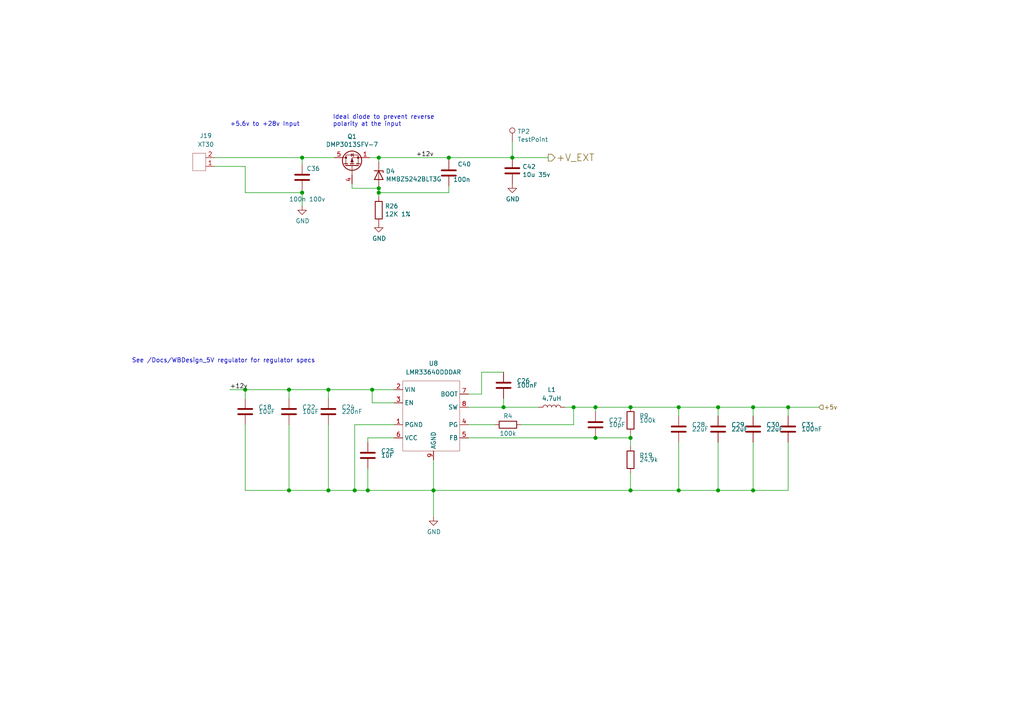
<source format=kicad_sch>
(kicad_sch (version 20201015) (generator eeschema)
  (page 1 7)
  (paper "A4")
  (title_block (title "Compute Module 4 IO Board - PSUs") (company "(c) Raspberry Pi Trading 2020") (comment 1 "www.raspberrypi.org"))
  (lib_symbols
    (symbol "CM4IO:XT30"
      (property "Reference" "J" (at 0 0 0))
      (property "Value" "XT30" (at 0 0 0))
      (symbol "XT30_0_1"
        (rectangle (start -2.54 -6.35) (end -6.35 -1.27) (stroke (width 0.001)))
      )
      (symbol "XT30_1_1"
        (pin input line (at 0 -2.54 180) (length 2.54) (name "") (number "2"))
        (pin input line (at 0 -5.08 180) (length 2.54) (name "") (number "1"))
      )
    )
    (symbol "Connector:TestPoint" (pin_numbers hide) (pin_names (offset 0.762) hide)
      (property "Reference" "TP" (at 0 6.858 0))
      (property "Value" "TestPoint" (at 0 5.08 0))
      (symbol "TestPoint_0_1"
        (circle (center 0 3.302) (radius 0.762))
      )
      (symbol "TestPoint_1_1"
        (pin passive line (at 0 0 90) (length 2.54) (name "1") (number "1"))
      )
    )
    (symbol "Device:C" (pin_numbers hide) (pin_names (offset 0.254))
      (property "Reference" "C" (at 0.635 2.54 0))
      (property "Value" "C" (at 0.635 -2.54 0))
      (symbol "C_0_1"
        (polyline (pts (xy -2.032 -0.762) (xy 2.032 -0.762)) (stroke (width 0.508)))
        (polyline (pts (xy -2.032 0.762) (xy 2.032 0.762)) (stroke (width 0.508)))
      )
      (symbol "C_1_1"
        (pin passive line (at 0 3.81 270) (length 2.794) (name "~") (number "1"))
        (pin passive line (at 0 -3.81 90) (length 2.794) (name "~") (number "2"))
      )
    )
    (symbol "Device:L" (pin_numbers hide) (pin_names (offset 1.016) hide)
      (property "Reference" "L" (at -1.27 0 90))
      (property "Value" "L" (at 1.905 0 90))
      (symbol "L_0_1"
        (arc (start 0 -2.54) (end 0 -1.27) (radius (at 0 -1.905) (length 0.635) (angles -89.9 89.9)))
        (arc (start 0 -1.27) (end 0 0) (radius (at 0 -0.635) (length 0.635) (angles -89.9 89.9)))
        (arc (start 0 0) (end 0 1.27) (radius (at 0 0.635) (length 0.635) (angles -89.9 89.9)))
        (arc (start 0 1.27) (end 0 2.54) (radius (at 0 1.905) (length 0.635) (angles -89.9 89.9)))
      )
      (symbol "L_1_1"
        (pin passive line (at 0 3.81 270) (length 1.27) (name "1") (number "1"))
        (pin passive line (at 0 -3.81 90) (length 1.27) (name "2") (number "2"))
      )
    )
    (symbol "Device:R" (pin_numbers hide) (pin_names (offset 0))
      (property "Reference" "R" (at 2.032 0 90))
      (property "Value" "R" (at 0 0 90))
      (symbol "R_0_1"
        (rectangle (start -1.016 -2.54) (end 1.016 2.54) (stroke (width 0.254)))
      )
      (symbol "R_1_1"
        (pin passive line (at 0 3.81 270) (length 1.27) (name "~") (number "1"))
        (pin passive line (at 0 -3.81 90) (length 1.27) (name "~") (number "2"))
      )
    )
    (symbol "Diode:BZX84Cxx" (pin_numbers hide) (pin_names hide)
      (property "Reference" "D" (at 0 2.54 0))
      (property "Value" "BZX84Cxx" (at 0 -2.54 0))
      (symbol "BZX84Cxx_0_1"
        (polyline (pts (xy 1.27 0) (xy -1.27 0)))
        (polyline (pts (xy -1.27 -1.27) (xy -1.27 1.27) (xy -0.762 1.27)) (stroke (width 0.254)))
        (polyline (pts (xy 1.27 -1.27) (xy 1.27 1.27) (xy -1.27 0) (xy 1.27 -1.27)) (stroke (width 0.254)))
      )
      (symbol "BZX84Cxx_1_1"
        (pin passive line (at -3.81 0 0) (length 2.54) (name "K") (number "1"))
        (pin passive line (at 3.81 0 180) (length 2.54) (name "A") (number "2"))
      )
    )
    (symbol "Open-HD:LMR33640DDDAR"
      (property "Reference" "U" (at 0 0 0))
      (property "Value" "LMR33640DDDAR" (at 0 0 0))
      (symbol "LMR33640DDDAR_0_1"
        (rectangle (start 0 -3.81) (end 16.51 -24.13) (stroke (width 0.0006)))
      )
      (symbol "LMR33640DDDAR_1_1"
        (pin input line (at -2.54 -16.51 0) (length 2.54) (name "PGND") (number "1"))
        (pin input line (at -2.54 -6.35 0) (length 2.54) (name "VIN") (number "2"))
        (pin input line (at -2.54 -10.16 0) (length 2.54) (name "EN") (number "3"))
        (pin input line (at 19.05 -16.51 180) (length 2.54) (name "PG") (number "4"))
        (pin input line (at 19.05 -20.32 180) (length 2.54) (name "FB") (number "5"))
        (pin input line (at -2.54 -20.32 0) (length 2.54) (name "VCC") (number "6"))
        (pin input line (at 19.05 -7.62 180) (length 2.54) (name "BOOT") (number "7"))
        (pin input line (at 19.05 -11.43 180) (length 2.54) (name "SW") (number "8"))
        (pin input line (at 8.89 -26.67 90) (length 2.54) (name "AGND") (number "9"))
      )
    )
    (symbol "Transistor_FET:DMP3013SFV" (pin_names hide)
      (property "Reference" "Q" (at 5.08 1.905 0))
      (property "Value" "DMP3013SFV" (at 5.08 0 0))
      (symbol "DMP3013SFV_0_1"
        (circle (center 1.651 0) (radius 2.794) (stroke (width 0.254)))
        (circle (center 2.54 -1.778) (radius 0.254) (fill (type outline)))
        (circle (center 2.54 1.778) (radius 0.254) (fill (type outline)))
        (polyline (pts (xy 0.254 0) (xy -2.54 0)))
        (polyline (pts (xy 0.254 1.905) (xy 0.254 -1.905)) (stroke (width 0.254)))
        (polyline (pts (xy 0.762 -1.27) (xy 0.762 -2.286)) (stroke (width 0.254)))
        (polyline (pts (xy 0.762 0.508) (xy 0.762 -0.508)) (stroke (width 0.254)))
        (polyline (pts (xy 0.762 2.286) (xy 0.762 1.27)) (stroke (width 0.254)))
        (polyline (pts (xy 2.54 2.54) (xy 2.54 1.778)))
        (polyline (pts (xy 2.54 -2.54) (xy 2.54 0) (xy 0.762 0)))
        (polyline (pts (xy 0.762 1.778) (xy 3.302 1.778) (xy 3.302 -1.778) (xy 0.762 -1.778)))
        (polyline (pts (xy 2.286 0) (xy 1.27 0.381) (xy 1.27 -0.381) (xy 2.286 0)) (fill (type outline)))
        (polyline (pts (xy 2.794 -0.508) (xy 2.921 -0.381) (xy 3.683 -0.381) (xy 3.81 -0.254)))
        (polyline (pts (xy 3.302 -0.381) (xy 2.921 0.254) (xy 3.683 0.254) (xy 3.302 -0.381)))
      )
      (symbol "DMP3013SFV_1_1"
        (pin passive line (at 2.54 -5.08 90) (length 2.54) (name "S") (number "1"))
        (pin passive line (at 2.54 -5.08 90) (length 2.54) hide (name "S") (number "2"))
        (pin passive line (at 2.54 -5.08 90) (length 2.54) hide (name "S") (number "3"))
        (pin passive line (at -5.08 0 0) (length 2.54) (name "G") (number "4"))
        (pin passive line (at 2.54 5.08 270) (length 2.54) (name "D") (number "5"))
      )
    )
    (symbol "power:GND" (power) (pin_names (offset 0))
      (property "Value" "GND" (at 0 -3.81 0))
      (symbol "GND_0_1"
        (polyline (pts (xy 0 0) (xy 0 -1.27) (xy 1.27 -1.27) (xy 0 -2.54) (xy -1.27 -1.27) (xy 0 -1.27)))
      )
      (symbol "GND_1_1"
        (pin power_in line (at 0 0 270) (length 0) hide (name "GND") (number "1"))
      )
    )
  )
  (junction (at 71.12 113.03) (diameter 1.016))
  (junction (at 83.82 113.03) (diameter 1.016))
  (junction (at 83.82 142.24) (diameter 1.016))
  (junction (at 87.63 45.72) (diameter 1.016))
  (junction (at 87.63 55.88) (diameter 1.016))
  (junction (at 95.25 113.03) (diameter 1.016))
  (junction (at 95.25 142.24) (diameter 1.016))
  (junction (at 102.87 142.24) (diameter 1.016))
  (junction (at 106.68 142.24) (diameter 1.016))
  (junction (at 107.95 113.03) (diameter 1.016))
  (junction (at 109.855 45.72) (diameter 1.016))
  (junction (at 109.855 54.61) (diameter 1.016))
  (junction (at 109.855 55.88) (diameter 1.016))
  (junction (at 125.73 142.24) (diameter 1.016))
  (junction (at 130.175 45.72) (diameter 1.016))
  (junction (at 146.05 118.11) (diameter 1.016))
  (junction (at 148.59 45.72) (diameter 1.016))
  (junction (at 166.37 118.11) (diameter 1.016))
  (junction (at 172.72 118.11) (diameter 1.016))
  (junction (at 172.72 127) (diameter 1.016))
  (junction (at 182.88 118.11) (diameter 1.016))
  (junction (at 182.88 127) (diameter 1.016))
  (junction (at 182.88 142.24) (diameter 1.016))
  (junction (at 196.85 118.11) (diameter 1.016))
  (junction (at 196.85 142.24) (diameter 1.016))
  (junction (at 208.28 118.11) (diameter 1.016))
  (junction (at 208.28 142.24) (diameter 1.016))
  (junction (at 218.44 118.11) (diameter 1.016))
  (junction (at 218.44 142.24) (diameter 1.016))
  (junction (at 228.6 118.11) (diameter 1.016))
  (wire (pts (xy 62.23 45.72) (xy 87.63 45.72)))
  (wire (pts (xy 62.23 48.26) (xy 71.12 48.26)))
  (wire (pts (xy 66.675 113.03) (xy 71.12 113.03)))
  (wire (pts (xy 71.12 48.26) (xy 71.12 55.88)))
  (wire (pts (xy 71.12 55.88) (xy 87.63 55.88)))
  (wire (pts (xy 71.12 113.03) (xy 71.12 115.57)))
  (wire (pts (xy 71.12 113.03) (xy 83.82 113.03)))
  (wire (pts (xy 71.12 123.19) (xy 71.12 142.24)))
  (wire (pts (xy 71.12 142.24) (xy 83.82 142.24)))
  (wire (pts (xy 83.82 113.03) (xy 83.82 115.57)))
  (wire (pts (xy 83.82 113.03) (xy 95.25 113.03)))
  (wire (pts (xy 83.82 123.19) (xy 83.82 142.24)))
  (wire (pts (xy 83.82 142.24) (xy 95.25 142.24)))
  (wire (pts (xy 87.63 45.72) (xy 87.63 47.625)))
  (wire (pts (xy 87.63 45.72) (xy 97.028 45.72)))
  (wire (pts (xy 87.63 55.245) (xy 87.63 55.88)))
  (wire (pts (xy 87.63 55.88) (xy 87.63 59.69)))
  (wire (pts (xy 95.25 113.03) (xy 95.25 115.57)))
  (wire (pts (xy 95.25 113.03) (xy 107.95 113.03)))
  (wire (pts (xy 95.25 123.19) (xy 95.25 142.24)))
  (wire (pts (xy 95.25 142.24) (xy 102.87 142.24)))
  (wire (pts (xy 102.108 53.34) (xy 102.108 54.61)))
  (wire (pts (xy 102.108 54.61) (xy 109.855 54.61)))
  (wire (pts (xy 102.87 123.19) (xy 102.87 142.24)))
  (wire (pts (xy 102.87 142.24) (xy 106.68 142.24)))
  (wire (pts (xy 106.68 127) (xy 114.3 127)))
  (wire (pts (xy 106.68 128.27) (xy 106.68 127)))
  (wire (pts (xy 106.68 135.89) (xy 106.68 142.24)))
  (wire (pts (xy 106.68 142.24) (xy 125.73 142.24)))
  (wire (pts (xy 107.188 45.72) (xy 109.855 45.72)))
  (wire (pts (xy 107.95 113.03) (xy 114.3 113.03)))
  (wire (pts (xy 107.95 116.84) (xy 107.95 113.03)))
  (wire (pts (xy 109.855 45.72) (xy 109.855 46.99)))
  (wire (pts (xy 109.855 45.72) (xy 130.175 45.72)))
  (wire (pts (xy 109.855 54.61) (xy 109.855 55.88)))
  (wire (pts (xy 109.855 55.88) (xy 109.855 57.15)))
  (wire (pts (xy 109.855 55.88) (xy 130.175 55.88)))
  (wire (pts (xy 114.3 116.84) (xy 107.95 116.84)))
  (wire (pts (xy 114.3 123.19) (xy 102.87 123.19)))
  (wire (pts (xy 125.73 133.35) (xy 125.73 142.24)))
  (wire (pts (xy 125.73 142.24) (xy 125.73 149.86)))
  (wire (pts (xy 130.175 45.72) (xy 130.175 46.355)))
  (wire (pts (xy 130.175 45.72) (xy 148.59 45.72)))
  (wire (pts (xy 130.175 55.88) (xy 130.175 53.975)))
  (wire (pts (xy 135.89 114.3) (xy 139.7 114.3)))
  (wire (pts (xy 135.89 123.19) (xy 143.51 123.19)))
  (wire (pts (xy 135.89 127) (xy 172.72 127)))
  (wire (pts (xy 139.7 107.95) (xy 146.05 107.95)))
  (wire (pts (xy 139.7 114.3) (xy 139.7 107.95)))
  (wire (pts (xy 146.05 115.57) (xy 146.05 118.11)))
  (wire (pts (xy 146.05 118.11) (xy 135.89 118.11)))
  (wire (pts (xy 146.05 118.11) (xy 156.21 118.11)))
  (wire (pts (xy 148.59 41.148) (xy 148.59 45.72)))
  (wire (pts (xy 148.59 45.72) (xy 159.004 45.72)))
  (wire (pts (xy 151.13 123.19) (xy 166.37 123.19)))
  (wire (pts (xy 166.37 118.11) (xy 163.83 118.11)))
  (wire (pts (xy 166.37 118.11) (xy 172.72 118.11)))
  (wire (pts (xy 166.37 123.19) (xy 166.37 118.11)))
  (wire (pts (xy 172.72 118.11) (xy 172.72 119.38)))
  (wire (pts (xy 172.72 118.11) (xy 182.88 118.11)))
  (wire (pts (xy 172.72 127) (xy 182.88 127)))
  (wire (pts (xy 182.88 118.11) (xy 196.85 118.11)))
  (wire (pts (xy 182.88 125.73) (xy 182.88 127)))
  (wire (pts (xy 182.88 127) (xy 182.88 129.54)))
  (wire (pts (xy 182.88 137.16) (xy 182.88 142.24)))
  (wire (pts (xy 182.88 142.24) (xy 125.73 142.24)))
  (wire (pts (xy 196.85 118.11) (xy 196.85 120.65)))
  (wire (pts (xy 196.85 118.11) (xy 208.28 118.11)))
  (wire (pts (xy 196.85 128.27) (xy 196.85 142.24)))
  (wire (pts (xy 196.85 142.24) (xy 182.88 142.24)))
  (wire (pts (xy 196.85 142.24) (xy 208.28 142.24)))
  (wire (pts (xy 208.28 118.11) (xy 208.28 120.65)))
  (wire (pts (xy 208.28 118.11) (xy 218.44 118.11)))
  (wire (pts (xy 208.28 128.27) (xy 208.28 142.24)))
  (wire (pts (xy 208.28 142.24) (xy 218.44 142.24)))
  (wire (pts (xy 218.44 118.11) (xy 218.44 120.65)))
  (wire (pts (xy 218.44 118.11) (xy 228.6 118.11)))
  (wire (pts (xy 218.44 128.27) (xy 218.44 142.24)))
  (wire (pts (xy 218.44 142.24) (xy 228.6 142.24)))
  (wire (pts (xy 228.6 118.11) (xy 228.6 120.65)))
  (wire (pts (xy 228.6 118.11) (xy 237.49 118.11)))
  (wire (pts (xy 228.6 128.27) (xy 228.6 142.24)))
  (text "+5.6v to +28v Input" (at 66.675 36.83 0) (effects (font (size 1.27 1.27)) (justify left bottom)))
  (text "See /Docs/WBDesign_5V regulator for regulator specs" (at 91.44 105.41 0) (effects (font (size 1.27 1.27)) (justify right bottom)))
  (text "Ideal diode to prevent reverse\npolarity at the input" (at 96.52 36.83 0) (effects (font (size 1.27 1.27)) (justify left bottom)))
  (label "+12v" (at 66.675 113.03 0))
  (label "+12v" (at 120.65 45.72 0))
  (hierarchical_label "+V_EXT" (shape output) (at 159.004 45.72 0) (effects (font (size 2.007 2.007))))
  (hierarchical_label "+5v" (shape input) (at 237.49 118.11 0))
  (symbol (lib_id "Connector:TestPoint") (at 148.59 41.148 0) (unit 1)
    (property "Reference" "TP2" (at 150.0632 38.1508 0) (effects (justify left)))
    (property "Value" "TestPoint" (at 150.0632 40.4622 0) (effects (justify left)))
    (property "Footprint" "TestPoint:TestPoint_Pad_2.0x2.0mm" (effects hide))
    (property "Field4" "nf" (effects hide))
    (property "Field5" "nf" (effects hide))
    (property "Field6" "nf" (effects hide))
    (property "Field7" "nf" (effects hide))
  )
  (symbol (lib_id "Device:L") (at 160.02 118.11 90) (unit 1)
    (property "Reference" "L1" (at 160.02 113.03 90))
    (property "Value" "4.7uH" (at 160.02 115.57 90))
    (property "Footprint" "Open-HD:IND_XAL6060-472MEB" (effects hide))
  )
  (symbol (lib_id "power:GND") (at 87.63 59.69 0) (unit 1)
    (property "Reference" "#PWR041" (effects hide))
    (property "Value" "GND" (at 87.757 64.0842 0))
  )
  (symbol (lib_id "power:GND") (at 109.855 64.77 0) (unit 1)
    (property "Reference" "#PWR042" (effects hide))
    (property "Value" "GND" (at 109.982 69.1642 0))
  )
  (symbol (lib_id "power:GND") (at 125.73 149.86 0) (unit 1)
    (property "Reference" "#PWR0120" (effects hide))
    (property "Value" "GND" (at 125.857 154.2542 0))
  )
  (symbol (lib_id "power:GND") (at 148.59 53.34 0) (unit 1)
    (property "Reference" "#PWR043" (effects hide))
    (property "Value" "GND" (at 148.717 57.7342 0))
  )
  (symbol (lib_id "Device:R") (at 109.855 60.96 0) (unit 1)
    (property "Reference" "R26" (at 111.633 59.7916 0) (effects (justify left)))
    (property "Value" "12K 1%" (at 111.633 62.103 0) (effects (justify left)))
    (property "Footprint" "Resistor_SMD:R_0402_1005Metric" (effects hide))
    (property "Datasheet" "https://fscdn.rohm.com/en/products/databook/datasheet/passive/resistor/chip_resistor/mcr-e.pdf" (effects hide))
    (property "Field4" "Farnell" (effects hide))
    (property "Field5" "9239367" (effects hide))
    (property "Field7" "Rohm" (effects hide))
    (property "Field6" "MCR01MZPF1202" (effects hide))
    (property "Part Description" "Resistor 12K M1005 1% 63mW" (effects hide))
  )
  (symbol (lib_id "Device:R") (at 147.32 123.19 90) (unit 1)
    (property "Reference" "R4" (at 147.32 120.65 90))
    (property "Value" "100k" (at 147.32 125.73 90))
    (property "Footprint" "Resistor_SMD:R_0402_1005Metric" (effects hide))
  )
  (symbol (lib_id "Device:R") (at 182.88 121.92 0) (unit 1)
    (property "Reference" "R9" (at 185.42 120.65 0) (effects (justify left)))
    (property "Value" "100k" (at 185.42 121.92 0) (effects (justify left)))
    (property "Footprint" "Resistor_SMD:R_0402_1005Metric" (effects hide))
  )
  (symbol (lib_id "Device:R") (at 182.88 133.35 0) (unit 1)
    (property "Reference" "R19" (at 185.42 132.08 0) (effects (justify left)))
    (property "Value" "24.9k" (at 185.42 133.35 0) (effects (justify left)))
    (property "Footprint" "Resistor_SMD:R_0402_1005Metric" (effects hide))
  )
  (symbol (lib_id "Diode:BZX84Cxx") (at 109.855 50.8 270) (unit 1)
    (property "Reference" "D4" (at 111.887 49.657 90) (effects (justify left)))
    (property "Value" "MMBZ5242BLT3G" (at 111.887 51.943 90) (effects (justify left)))
    (property "Footprint" "Diode_SMD:D_SOT-23_ANK" (effects hide))
    (property "Datasheet" "https://diotec.com/tl_files/diotec/files/pdf/datasheets/bzx84c2v4.pdf" (effects hide))
    (property "Field4" "Digikey" (effects hide))
    (property "Field5" "	MMBZ5242BLT3GOSCT-ND" (effects hide))
    (property "Field6" "MMBZ5242BLT3G" (effects hide))
    (property "Field7" "Onsemi" (effects hide))
    (property "Part Description" "	Zener Diode 12V 225mW 5% Surface Mount SOT-23-3 (TO-236)" (effects hide))
  )
  (symbol (lib_id "CM4IO:XT30") (at 62.23 43.18 0) (unit 1)
    (property "Reference" "J19" (at 59.69 39.37 0))
    (property "Value" "XT30" (at 59.69 41.91 0))
    (property "Footprint" "Open-HD:AMASS_XT30PW-M_1x02_P2.50mm_Horizontal" (effects hide))
  )
  (symbol (lib_id "Device:C") (at 71.12 119.38 0) (unit 1)
    (property "Reference" "C18" (at 74.93 118.11 0) (effects (justify left)))
    (property "Value" "10uF" (at 74.93 119.38 0) (effects (justify left)))
    (property "Footprint" "Capacitor_SMD:C_1210_3225Metric" (effects hide))
  )
  (symbol (lib_id "Device:C") (at 83.82 119.38 0) (unit 1)
    (property "Reference" "C22" (at 87.63 118.11 0) (effects (justify left)))
    (property "Value" "10uF" (at 87.63 119.38 0) (effects (justify left)))
    (property "Footprint" "Capacitor_SMD:C_1210_3225Metric" (effects hide))
  )
  (symbol (lib_id "Device:C") (at 87.63 51.435 0) (unit 1)
    (property "Reference" "C36" (at 88.9 48.895 0) (effects (justify left)))
    (property "Value" "100n 100v" (at 83.82 57.785 0) (effects (justify left)))
    (property "Footprint" "Capacitor_SMD:C_0402_1005Metric" (effects hide))
    (property "Datasheet" "https://psearch.en.murata.com/capacitor/product/GRM155R62A104KE14%23.pdf" (effects hide))
    (property "Field4" "Farnell" (effects hide))
    (property "Field5" "2611907" (effects hide))
    (property "Field6" "GRM155R62A104KE14D" (effects hide))
    (property "Field7" "Murata" (effects hide))
    (property "Part Description" "	0.1uF 10% 100V Ceramic Capacitor X5R 0402 (1005 Metric)" (effects hide))
  )
  (symbol (lib_id "Device:C") (at 95.25 119.38 0) (unit 1)
    (property "Reference" "C24" (at 99.06 118.11 0) (effects (justify left)))
    (property "Value" "220nF" (at 99.06 119.38 0) (effects (justify left)))
    (property "Footprint" "Capacitor_SMD:C_0603_1608Metric" (effects hide))
  )
  (symbol (lib_id "Device:C") (at 106.68 132.08 0) (unit 1)
    (property "Reference" "C25" (at 110.49 130.81 0) (effects (justify left)))
    (property "Value" "1uF" (at 110.49 132.08 0) (effects (justify left)))
    (property "Footprint" "Capacitor_SMD:C_0402_1005Metric" (effects hide))
  )
  (symbol (lib_id "Device:C") (at 130.175 50.165 0) (unit 1)
    (property "Reference" "C40" (at 132.715 47.625 0) (effects (justify left)))
    (property "Value" "100n" (at 131.445 52.07 0) (effects (justify left)))
    (property "Footprint" "Capacitor_SMD:C_0402_1005Metric" (effects hide))
    (property "Datasheet" "https://search.murata.co.jp/Ceramy/image/img/A01X/G101/ENG/GRM155R71C104KA88-01.pdf" (effects hide))
    (property "Field4" "Farnell" (effects hide))
    (property "Field5" "2611911" (effects hide))
    (property "Field6" "RM EMK105 B7104KV-F" (effects hide))
    (property "Field7" "TAIYO YUDEN EUROPE GMBH" (effects hide))
    (property "Part Description" "	0.1uF 10% 16V Ceramic Capacitor X7R 0402 (1005 Metric)" (effects hide))
    (property "Field8" "110091611" (effects hide))
  )
  (symbol (lib_id "Device:C") (at 146.05 111.76 0) (unit 1)
    (property "Reference" "C26" (at 149.86 110.49 0) (effects (justify left)))
    (property "Value" "100nF" (at 149.86 111.76 0) (effects (justify left)))
    (property "Footprint" "Capacitor_SMD:C_0402_1005Metric" (effects hide))
  )
  (symbol (lib_id "Device:C") (at 148.59 49.53 0) (unit 1)
    (property "Reference" "C42" (at 151.511 48.3616 0) (effects (justify left)))
    (property "Value" "10u 35v" (at 151.511 50.673 0) (effects (justify left)))
    (property "Footprint" "Capacitor_SMD:C_0805_2012Metric" (effects hide))
    (property "Datasheet" "https://www.murata.com/en-global/products/productdetail.aspx?partno=GRM21BC8YA106ME11%23" (effects hide))
    (property "Field5" "490-10505-1-ND" (effects hide))
    (property "Field4" "Digikey" (effects hide))
    (property "Field6" "GRM21BC8YA106KE11L " (effects hide))
    (property "Field7" "Murata" (effects hide))
    (property "Part Description" "	10uF 10% or 20% 35V Ceramic Capacitor X6S 0805 (2012 Metric)" (effects hide))
  )
  (symbol (lib_id "Device:C") (at 172.72 123.19 0) (unit 1)
    (property "Reference" "C27" (at 176.53 121.92 0) (effects (justify left)))
    (property "Value" "10pF" (at 176.53 123.19 0) (effects (justify left)))
    (property "Footprint" "Capacitor_SMD:C_0402_1005Metric" (effects hide))
  )
  (symbol (lib_id "Device:C") (at 196.85 124.46 0) (unit 1)
    (property "Reference" "C28" (at 200.66 123.19 0) (effects (justify left)))
    (property "Value" "22uF" (at 200.66 124.46 0) (effects (justify left)))
    (property "Footprint" "Capacitor_SMD:C_0805_2012Metric" (effects hide))
  )
  (symbol (lib_id "Device:C") (at 208.28 124.46 0) (unit 1)
    (property "Reference" "C29" (at 212.09 123.19 0) (effects (justify left)))
    (property "Value" "22uF" (at 212.09 124.46 0) (effects (justify left)))
    (property "Footprint" "Capacitor_SMD:C_0805_2012Metric" (effects hide))
  )
  (symbol (lib_id "Device:C") (at 218.44 124.46 0) (unit 1)
    (property "Reference" "C30" (at 222.25 123.19 0) (effects (justify left)))
    (property "Value" "22uF" (at 222.25 124.46 0) (effects (justify left)))
    (property "Footprint" "Capacitor_SMD:C_0805_2012Metric" (effects hide))
  )
  (symbol (lib_id "Device:C") (at 228.6 124.46 0) (unit 1)
    (property "Reference" "C31" (at 232.41 123.19 0) (effects (justify left)))
    (property "Value" "100nF" (at 232.41 124.46 0) (effects (justify left)))
    (property "Footprint" "Capacitor_SMD:C_0603_1608Metric" (effects hide))
  )
  (symbol (lib_id "Transistor_FET:DMP3013SFV") (at 102.108 48.26 90) (unit 1)
    (property "Reference" "Q1" (at 102.108 39.5986 90))
    (property "Value" "DMP3013SFV-7" (at 102.108 41.91 90))
    (property "Footprint" "Package_SON:Diodes_PowerDI3333-8" (effects hide))
    (property "Datasheet" "https://www.diodes.com/assets/Datasheets/DMP3013SFV.pdf" (effects hide))
    (property "Field4" "Farnell" (effects hide))
    (property "Field5" "3405192" (effects hide))
    (property "Field6" "DMP3013SFV-7" (effects hide))
    (property "Field7" "Diodes" (effects hide))
    (property "Part Description" "DMP3013SFV-7 -  Power MOSFET, P Channel, 30 V, 12 A, 0.008 ohm, PowerDI3333, Surface Mount" (effects hide))
  )
  (symbol (lib_id "Open-HD:LMR33640DDDAR") (at 116.84 106.68 0) (unit 1)
    (property "Reference" "U8" (at 125.73 105.41 0))
    (property "Value" "LMR33640DDDAR" (at 125.73 107.95 0))
    (property "Footprint" "Open-HD:NOPB" (effects hide))
  )
)
</source>
